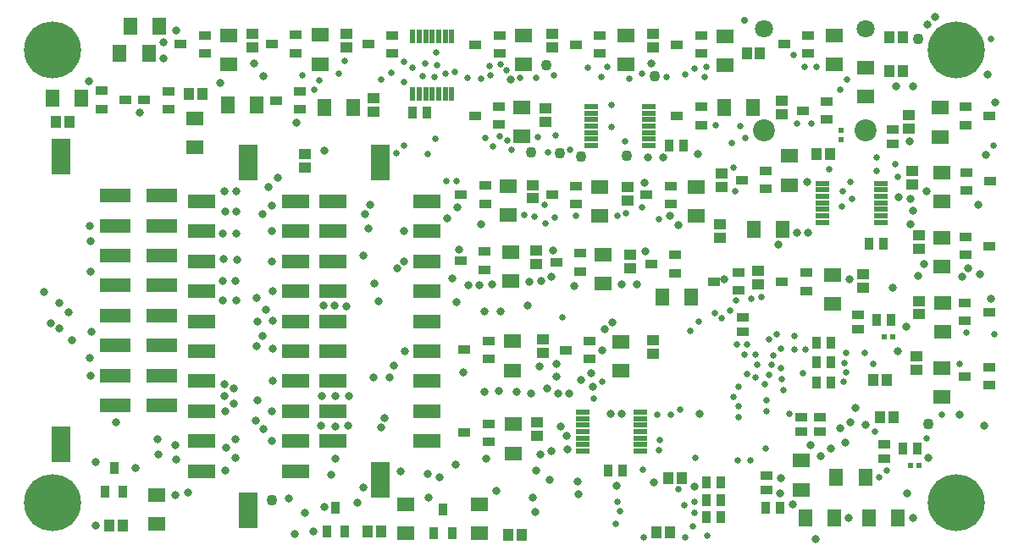
<source format=gbs>
G04 Layer_Color=16711935*
%FSLAX44Y44*%
%MOMM*%
G71*
G01*
G75*
%ADD49R,1.8500X3.6300*%
%ADD50R,2.7400X1.4700*%
%ADD51R,1.1500X0.9500*%
%ADD52R,1.4600X0.5600*%
%ADD53R,1.8000X1.4000*%
%ADD54R,1.2000X0.8500*%
%ADD55R,1.0000X1.1500*%
%ADD61R,0.9500X1.1500*%
%ADD63R,1.1500X1.0000*%
%ADD67R,0.8500X1.2000*%
%ADD68R,0.5600X1.4600*%
%ADD69R,1.4000X1.8000*%
%ADD70R,3.1200X1.4700*%
%ADD71C,5.7000*%
%ADD72C,1.8000*%
%ADD73C,2.2000*%
%ADD74R,1.0400X1.2000*%
%ADD75R,0.6000X0.5250*%
%ADD76R,0.5250X0.6000*%
%ADD77C,0.6500*%
%ADD78C,1.1000*%
%ADD79C,0.8000*%
%ADD80C,0.7400*%
D49*
X495300Y292900D02*
D03*
Y640800D02*
D03*
X626950Y322900D02*
D03*
Y640800D02*
D03*
X307850Y646550D02*
D03*
Y358650D02*
D03*
D50*
X542300Y331850D02*
D03*
Y361850D02*
D03*
Y391850D02*
D03*
Y421850D02*
D03*
Y451850D02*
D03*
Y481850D02*
D03*
Y511850D02*
D03*
Y541850D02*
D03*
Y571850D02*
D03*
Y601850D02*
D03*
X448300Y331850D02*
D03*
Y361850D02*
D03*
Y391850D02*
D03*
Y421850D02*
D03*
Y451850D02*
D03*
Y481850D02*
D03*
Y511850D02*
D03*
Y541850D02*
D03*
Y571850D02*
D03*
Y601850D02*
D03*
X673950Y361850D02*
D03*
Y391850D02*
D03*
Y421850D02*
D03*
Y451850D02*
D03*
Y481850D02*
D03*
Y511850D02*
D03*
Y541850D02*
D03*
Y571850D02*
D03*
Y601850D02*
D03*
X579950Y361850D02*
D03*
Y391850D02*
D03*
Y421850D02*
D03*
Y451850D02*
D03*
Y481850D02*
D03*
Y511850D02*
D03*
Y541850D02*
D03*
Y571850D02*
D03*
Y601850D02*
D03*
D51*
X1066750Y385750D02*
D03*
Y371250D02*
D03*
X1047750Y385750D02*
D03*
Y371250D02*
D03*
X1013500Y312750D02*
D03*
Y327250D02*
D03*
X1105000Y488500D02*
D03*
Y474000D02*
D03*
X1130750Y359000D02*
D03*
Y344500D02*
D03*
X989250Y471500D02*
D03*
Y486000D02*
D03*
X1139250Y659000D02*
D03*
Y673500D02*
D03*
D52*
X829250Y352000D02*
D03*
Y358500D02*
D03*
Y365000D02*
D03*
Y371500D02*
D03*
Y378000D02*
D03*
Y384500D02*
D03*
Y391000D02*
D03*
X887250Y352000D02*
D03*
Y358500D02*
D03*
Y365000D02*
D03*
Y371500D02*
D03*
Y378000D02*
D03*
Y384500D02*
D03*
Y391000D02*
D03*
X1069250Y580750D02*
D03*
Y587250D02*
D03*
Y593750D02*
D03*
Y600250D02*
D03*
Y606750D02*
D03*
Y613250D02*
D03*
Y619750D02*
D03*
X1127250Y580750D02*
D03*
Y587250D02*
D03*
Y593750D02*
D03*
Y600250D02*
D03*
Y606750D02*
D03*
Y613250D02*
D03*
Y619750D02*
D03*
X838000Y657500D02*
D03*
Y664000D02*
D03*
Y670500D02*
D03*
Y677000D02*
D03*
Y683500D02*
D03*
Y690000D02*
D03*
Y696500D02*
D03*
X896000Y657500D02*
D03*
Y664000D02*
D03*
Y670500D02*
D03*
Y677000D02*
D03*
Y683500D02*
D03*
Y690000D02*
D03*
Y696500D02*
D03*
D53*
X760000Y378750D02*
D03*
Y349750D02*
D03*
X867750Y461000D02*
D03*
Y432000D02*
D03*
X759000Y461750D02*
D03*
Y432750D02*
D03*
X1079500Y528500D02*
D03*
Y499500D02*
D03*
X849750Y548250D02*
D03*
Y519250D02*
D03*
X757500Y550750D02*
D03*
Y521750D02*
D03*
X1188250Y406250D02*
D03*
Y435250D02*
D03*
X1189250Y471250D02*
D03*
Y500250D02*
D03*
X1188750Y536500D02*
D03*
Y565500D02*
D03*
X1188500Y601500D02*
D03*
Y630500D02*
D03*
X1036000Y618250D02*
D03*
Y647250D02*
D03*
X942750Y616250D02*
D03*
Y587250D02*
D03*
X846750Y616500D02*
D03*
Y587500D02*
D03*
X755250Y617000D02*
D03*
Y588000D02*
D03*
X768750Y696000D02*
D03*
Y667000D02*
D03*
X1112250Y706500D02*
D03*
Y735500D02*
D03*
X1186750Y666500D02*
D03*
Y695500D02*
D03*
X1081000Y768000D02*
D03*
Y739000D02*
D03*
X873000Y767750D02*
D03*
Y738750D02*
D03*
X770000Y767750D02*
D03*
Y738750D02*
D03*
X971500Y767000D02*
D03*
Y738000D02*
D03*
X403500Y278750D02*
D03*
Y307750D02*
D03*
X1048250Y313250D02*
D03*
Y342250D02*
D03*
X442000Y685000D02*
D03*
Y656000D02*
D03*
X475500Y768000D02*
D03*
Y739000D02*
D03*
X567000Y768250D02*
D03*
Y739250D02*
D03*
X726500Y269500D02*
D03*
Y298500D02*
D03*
X652500Y269500D02*
D03*
Y298500D02*
D03*
D54*
X836500Y462000D02*
D03*
Y444000D02*
D03*
X812500Y453000D02*
D03*
X711250Y453250D02*
D03*
X735250Y444250D02*
D03*
Y462250D02*
D03*
X1052750Y530250D02*
D03*
Y512250D02*
D03*
X1028750Y521250D02*
D03*
X961000Y521500D02*
D03*
X985000Y512500D02*
D03*
Y530500D02*
D03*
X922000Y548000D02*
D03*
Y530000D02*
D03*
X898000Y539000D02*
D03*
X803250Y540750D02*
D03*
X827250Y531750D02*
D03*
Y549750D02*
D03*
X731750Y551500D02*
D03*
Y533500D02*
D03*
X707750Y542500D02*
D03*
X1211750Y426750D02*
D03*
X1235750Y417750D02*
D03*
Y435750D02*
D03*
X1211750Y482250D02*
D03*
Y500250D02*
D03*
X1235750Y491250D02*
D03*
X1236250Y557000D02*
D03*
X1212250Y566000D02*
D03*
Y548000D02*
D03*
X1213250Y612750D02*
D03*
Y630750D02*
D03*
X1237250Y621750D02*
D03*
X988500Y623250D02*
D03*
X1012500Y614250D02*
D03*
Y632250D02*
D03*
X917500Y617250D02*
D03*
Y599250D02*
D03*
X893500Y608250D02*
D03*
X799250D02*
D03*
X823250Y599250D02*
D03*
Y617250D02*
D03*
X732000Y617500D02*
D03*
Y599500D02*
D03*
X708000Y608500D02*
D03*
X745750Y696500D02*
D03*
Y678500D02*
D03*
X721750Y687500D02*
D03*
X1073750Y701500D02*
D03*
Y683500D02*
D03*
X1049750Y692500D02*
D03*
X1236000Y687250D02*
D03*
X1212000Y696250D02*
D03*
Y678250D02*
D03*
X924000Y687250D02*
D03*
X948000Y678250D02*
D03*
Y696250D02*
D03*
X1030750Y759000D02*
D03*
X1054750Y750000D02*
D03*
Y768000D02*
D03*
X822750Y758750D02*
D03*
X846750Y749750D02*
D03*
Y767750D02*
D03*
X746500D02*
D03*
Y749750D02*
D03*
X722500Y758750D02*
D03*
X948000Y767750D02*
D03*
Y749750D02*
D03*
X924000Y758750D02*
D03*
X391250Y703000D02*
D03*
X415250Y694000D02*
D03*
Y712000D02*
D03*
X348750Y694250D02*
D03*
Y712250D02*
D03*
X372750Y703250D02*
D03*
X711500Y370250D02*
D03*
X735500Y361250D02*
D03*
Y379250D02*
D03*
X451750Y768000D02*
D03*
Y750000D02*
D03*
X427750Y759000D02*
D03*
X518750Y759250D02*
D03*
X542750Y750250D02*
D03*
Y768250D02*
D03*
X639250Y768000D02*
D03*
Y750000D02*
D03*
X615250Y759000D02*
D03*
X523000Y702750D02*
D03*
X547000Y693750D02*
D03*
Y711750D02*
D03*
D55*
X615000Y271750D02*
D03*
X628500D02*
D03*
X1063250Y649250D02*
D03*
X1076750D02*
D03*
X1150000Y732250D02*
D03*
X1136500D02*
D03*
X993500Y750250D02*
D03*
X1007000D02*
D03*
X436250Y709500D02*
D03*
X449750D02*
D03*
X316500Y681500D02*
D03*
X303000D02*
D03*
X356500Y277250D02*
D03*
X370000D02*
D03*
X903250Y270750D02*
D03*
X916750D02*
D03*
X915500Y324750D02*
D03*
X929000D02*
D03*
X1136500Y765750D02*
D03*
X1150000D02*
D03*
X755000Y268250D02*
D03*
X768500D02*
D03*
D61*
X869500Y332750D02*
D03*
X855000D02*
D03*
X1115500Y559500D02*
D03*
X1130000D02*
D03*
X930500Y657500D02*
D03*
X916000D02*
D03*
X1078000Y420750D02*
D03*
X1063500D02*
D03*
X1063500Y460250D02*
D03*
X1078000D02*
D03*
X1063500Y441250D02*
D03*
X1078000D02*
D03*
X967750Y303250D02*
D03*
X953250D02*
D03*
X967500Y320250D02*
D03*
X953000D02*
D03*
X1012500Y295000D02*
D03*
X1027000D02*
D03*
X967750Y286250D02*
D03*
X953250D02*
D03*
X1149250Y354250D02*
D03*
X1163750D02*
D03*
X1123500Y483250D02*
D03*
X1138000D02*
D03*
X673750Y691000D02*
D03*
X659250D02*
D03*
D63*
X968500Y616000D02*
D03*
Y629500D02*
D03*
X900250Y462750D02*
D03*
Y449250D02*
D03*
X790250Y463750D02*
D03*
Y450250D02*
D03*
X1110250Y529250D02*
D03*
Y515750D02*
D03*
X1005000Y518500D02*
D03*
Y532000D02*
D03*
X967000Y565750D02*
D03*
Y579250D02*
D03*
X876750Y535000D02*
D03*
Y548500D02*
D03*
X782750Y552250D02*
D03*
Y538750D02*
D03*
X1163500Y433250D02*
D03*
Y446750D02*
D03*
X1166000Y488750D02*
D03*
Y502250D02*
D03*
X1165750Y554000D02*
D03*
Y567500D02*
D03*
X1159250Y619000D02*
D03*
Y632500D02*
D03*
X874250Y616500D02*
D03*
Y603000D02*
D03*
X780000Y618250D02*
D03*
Y604750D02*
D03*
X792750Y695000D02*
D03*
Y681500D02*
D03*
X1028750Y702750D02*
D03*
Y689250D02*
D03*
X1156000Y687750D02*
D03*
Y674250D02*
D03*
X900250Y769250D02*
D03*
Y755750D02*
D03*
X799250Y769250D02*
D03*
Y755750D02*
D03*
X784000Y367250D02*
D03*
Y380750D02*
D03*
X499500Y756000D02*
D03*
Y769500D02*
D03*
X593000D02*
D03*
Y756000D02*
D03*
X620500Y705250D02*
D03*
Y691750D02*
D03*
X552250Y649000D02*
D03*
Y635500D02*
D03*
D67*
X690000Y293750D02*
D03*
X681000Y269750D02*
D03*
X699000D02*
D03*
X361250Y335250D02*
D03*
X352250Y311250D02*
D03*
X370250D02*
D03*
X591750Y271250D02*
D03*
X573750D02*
D03*
X582750Y295250D02*
D03*
D68*
X659750Y767000D02*
D03*
X666250D02*
D03*
X672750D02*
D03*
X679250D02*
D03*
X685750D02*
D03*
X692250D02*
D03*
X698750D02*
D03*
X659750Y709000D02*
D03*
X666250D02*
D03*
X672750D02*
D03*
X679250D02*
D03*
X685750D02*
D03*
X692250D02*
D03*
X698750D02*
D03*
D69*
X1000750Y574000D02*
D03*
X1029750D02*
D03*
X909250Y506250D02*
D03*
X938250D02*
D03*
X971000Y695750D02*
D03*
X1000000D02*
D03*
X328250Y704750D02*
D03*
X299250D02*
D03*
X366750Y749500D02*
D03*
X395750D02*
D03*
X377250Y777250D02*
D03*
X406250D02*
D03*
X1083000Y325750D02*
D03*
X1112000D02*
D03*
X1052250Y285500D02*
D03*
X1081250D02*
D03*
X1116000Y285250D02*
D03*
X1145000D02*
D03*
X600000Y696000D02*
D03*
X571000D02*
D03*
X475000Y698250D02*
D03*
X504000D02*
D03*
D70*
X362650Y607600D02*
D03*
Y577600D02*
D03*
Y547600D02*
D03*
Y517600D02*
D03*
Y487600D02*
D03*
Y457600D02*
D03*
Y427600D02*
D03*
Y397600D02*
D03*
X408850Y607600D02*
D03*
Y577600D02*
D03*
Y547600D02*
D03*
Y517600D02*
D03*
Y487600D02*
D03*
Y457600D02*
D03*
Y427600D02*
D03*
Y397600D02*
D03*
D71*
X300000Y753250D02*
D03*
X300000Y300250D02*
D03*
X1203250Y753250D02*
D03*
Y300250D02*
D03*
D72*
X1011000Y774250D02*
D03*
X1112600D02*
D03*
D73*
X1011000Y672650D02*
D03*
X1112600D02*
D03*
D74*
X1126550Y386250D02*
D03*
X1139950D02*
D03*
X1133450Y423250D02*
D03*
X1120050D02*
D03*
D75*
X1087500Y672625D02*
D03*
Y663875D02*
D03*
D76*
X1130875Y466500D02*
D03*
X1139625D02*
D03*
X1157125Y338000D02*
D03*
X1165875D02*
D03*
D77*
X888500Y729500D02*
D03*
X871793Y662032D02*
D03*
X848541Y726035D02*
D03*
X854250Y736750D02*
D03*
X754250Y662500D02*
D03*
X758287Y653782D02*
D03*
X792250Y580000D02*
D03*
X906000Y584250D02*
D03*
X981750Y611750D02*
D03*
X979048Y660032D02*
D03*
X992298Y665533D02*
D03*
X986750Y677500D02*
D03*
X1173557Y364768D02*
D03*
X549500Y727500D02*
D03*
X932500Y728500D02*
D03*
X783250Y725750D02*
D03*
X858000Y676000D02*
D03*
Y698000D02*
D03*
X913500Y726500D02*
D03*
X962500Y678250D02*
D03*
X740286Y656532D02*
D03*
X802500Y667500D02*
D03*
X784538Y666283D02*
D03*
X1043500Y679500D02*
D03*
X1058500Y679750D02*
D03*
X693000Y622000D02*
D03*
X703250D02*
D03*
X802000Y585750D02*
D03*
X889750Y333000D02*
D03*
X991048Y448272D02*
D03*
X904250Y388500D02*
D03*
X985000Y416250D02*
D03*
X1126250Y325750D02*
D03*
X1120250Y439250D02*
D03*
X1133500Y332500D02*
D03*
X1093500Y723250D02*
D03*
X926750Y393750D02*
D03*
X840750Y404750D02*
D03*
X1063000Y736750D02*
D03*
X864250Y587250D02*
D03*
X675033Y649032D02*
D03*
X1012250Y354500D02*
D03*
X1051750Y736250D02*
D03*
X771538Y588029D02*
D03*
X791789Y598529D02*
D03*
X873043Y590279D02*
D03*
X781500Y586750D02*
D03*
X1040250Y748000D02*
D03*
X643500Y649750D02*
D03*
X651000Y657750D02*
D03*
X682250Y664750D02*
D03*
X1206000Y439000D02*
D03*
X953750Y267000D02*
D03*
X942000Y345250D02*
D03*
X1035800Y389269D02*
D03*
X1049500Y430250D02*
D03*
X1111250Y450000D02*
D03*
X849250Y421500D02*
D03*
X1090803Y421020D02*
D03*
X1092750Y450500D02*
D03*
X945796Y481524D02*
D03*
X953500Y736500D02*
D03*
X941750Y734250D02*
D03*
X834750Y735250D02*
D03*
X876500Y724750D02*
D03*
X1087000Y713250D02*
D03*
X732536Y665283D02*
D03*
X795250Y650500D02*
D03*
X746750Y667250D02*
D03*
X671783Y739786D02*
D03*
X1089500Y612000D02*
D03*
X1092553Y430771D02*
D03*
X1091089Y440000D02*
D03*
X983750Y458750D02*
D03*
X1144250Y626500D02*
D03*
X1141806Y639031D02*
D03*
X1240061Y657532D02*
D03*
X1097303Y621280D02*
D03*
X1213250Y470500D02*
D03*
X1241250Y468500D02*
D03*
X1188308Y388269D02*
D03*
X1121750Y371500D02*
D03*
X906500Y363000D02*
D03*
X917500Y388500D02*
D03*
X925295Y313515D02*
D03*
X997500Y342250D02*
D03*
X984798Y342767D02*
D03*
X985250Y386250D02*
D03*
X941546Y301265D02*
D03*
X1041250Y467000D02*
D03*
X1004250Y438500D02*
D03*
X1089053Y596279D02*
D03*
X1099000Y604500D02*
D03*
X1013750Y402500D02*
D03*
X980750Y406500D02*
D03*
X889250Y595500D02*
D03*
X985250Y397250D02*
D03*
X1013750Y392000D02*
D03*
X1002049Y448522D02*
D03*
X1002750Y425250D02*
D03*
X1023800Y468523D02*
D03*
X994000Y458500D02*
D03*
X1015550Y463773D02*
D03*
X980250Y635750D02*
D03*
X1008500Y505750D02*
D03*
X1015500Y428250D02*
D03*
X1028500Y424000D02*
D03*
X1028050Y435021D02*
D03*
X1011250Y419250D02*
D03*
X1030250Y413000D02*
D03*
X1041500Y453750D02*
D03*
X994000Y429250D02*
D03*
X1052000Y453500D02*
D03*
X1020050Y448022D02*
D03*
X1018500Y438250D02*
D03*
X961797Y489774D02*
D03*
X968500Y485000D02*
D03*
X998000Y504000D02*
D03*
X982548Y502775D02*
D03*
X976548Y492774D02*
D03*
X1027750Y454750D02*
D03*
X823250Y587000D02*
D03*
X905500Y352750D02*
D03*
X864750Y301000D02*
D03*
X866542Y292264D02*
D03*
X862542Y279014D02*
D03*
X561500Y713750D02*
D03*
X566500Y723000D02*
D03*
X591750Y742250D02*
D03*
X683000Y751000D02*
D03*
X651032Y721035D02*
D03*
X651000Y741250D02*
D03*
X638031Y730286D02*
D03*
X628250Y723250D02*
D03*
X586000Y729500D02*
D03*
X766750Y725000D02*
D03*
X817250Y653250D02*
D03*
X809000Y485500D02*
D03*
X951500Y726250D02*
D03*
X1075750Y634000D02*
D03*
X1123305Y645531D02*
D03*
X1123055Y632031D02*
D03*
X1237750Y764250D02*
D03*
X937046Y472523D02*
D03*
X684033Y738286D02*
D03*
X681783Y725785D02*
D03*
X692784Y729536D02*
D03*
X714500Y725000D02*
D03*
X727750Y724750D02*
D03*
X736500Y737000D02*
D03*
X702034Y731536D02*
D03*
X801250Y727500D02*
D03*
X753250Y732750D02*
D03*
X747287Y738536D02*
D03*
X737500Y727750D02*
D03*
X659032Y735286D02*
D03*
X669283Y727286D02*
D03*
X890750Y266000D02*
D03*
X941500Y290250D02*
D03*
X932000Y265500D02*
D03*
X940000Y276750D02*
D03*
X931000Y297500D02*
D03*
D78*
X874000Y647500D02*
D03*
X806750Y650250D02*
D03*
X518500Y302500D02*
D03*
X793250Y737750D02*
D03*
X1175000Y379250D02*
D03*
X777750Y651000D02*
D03*
X828290Y646532D02*
D03*
X1164750Y764250D02*
D03*
X901794Y727286D02*
D03*
D79*
X910250Y646000D02*
D03*
X1173807Y778538D02*
D03*
X1181558Y786288D02*
D03*
X423000Y772500D02*
D03*
X925500Y577750D02*
D03*
X916545Y587529D02*
D03*
X1096500Y523750D02*
D03*
X595250Y377000D02*
D03*
X582250Y376750D02*
D03*
X568250Y377000D02*
D03*
X596000Y407000D02*
D03*
X582250Y407250D02*
D03*
X568750Y407000D02*
D03*
X593750Y497000D02*
D03*
X581750Y497250D02*
D03*
X570500D02*
D03*
X471750Y419000D02*
D03*
X481000Y414250D02*
D03*
X471750Y406750D02*
D03*
X481000Y399250D02*
D03*
X472000Y392000D02*
D03*
X483500Y502500D02*
D03*
X470000D02*
D03*
X482750Y522000D02*
D03*
X470000D02*
D03*
X484500Y543000D02*
D03*
X470500Y543750D02*
D03*
X483250Y569750D02*
D03*
X469750D02*
D03*
X483500Y591250D02*
D03*
X472250D02*
D03*
X483250Y612000D02*
D03*
X471500D02*
D03*
X578528Y328516D02*
D03*
X582778Y344517D02*
D03*
X502500Y382250D02*
D03*
X362750Y380500D02*
D03*
X510250Y373750D02*
D03*
X515500Y616000D02*
D03*
X524750Y625250D02*
D03*
X519250Y597750D02*
D03*
X422000Y307750D02*
D03*
X435500Y310250D02*
D03*
X382750Y335250D02*
D03*
X509750Y588750D02*
D03*
X501000Y739500D02*
D03*
X467000Y720500D02*
D03*
X519250Y571750D02*
D03*
X510500Y727250D02*
D03*
X944500Y649250D02*
D03*
X1152750Y476250D02*
D03*
X519250Y541750D02*
D03*
X519500Y512000D02*
D03*
Y482000D02*
D03*
X519750Y422000D02*
D03*
X519250Y392000D02*
D03*
X628250Y376000D02*
D03*
X631750Y385000D02*
D03*
X337000Y445250D02*
D03*
X337750Y427750D02*
D03*
X1225250Y598000D02*
D03*
X651500Y451750D02*
D03*
X747536Y491524D02*
D03*
X731536D02*
D03*
X703534Y500774D02*
D03*
X776000Y521000D02*
D03*
X699284Y524776D02*
D03*
X739036Y519025D02*
D03*
X733286Y344517D02*
D03*
X675000Y328750D02*
D03*
X686534Y325766D02*
D03*
X702750Y338250D02*
D03*
X519250Y362000D02*
D03*
X651250Y541750D02*
D03*
X1173750Y612000D02*
D03*
X342750Y340750D02*
D03*
X1095750Y285500D02*
D03*
X1175000Y345000D02*
D03*
X1078000Y354250D02*
D03*
X1154250Y309500D02*
D03*
X1234000Y729000D02*
D03*
X1025000Y558250D02*
D03*
X336250Y722000D02*
D03*
X386500Y690250D02*
D03*
X704250Y596000D02*
D03*
X868500Y518750D02*
D03*
X706000Y553250D02*
D03*
X788500Y521750D02*
D03*
X798500Y526750D02*
D03*
X820750Y517250D02*
D03*
X892250Y551500D02*
D03*
X1159500Y716750D02*
D03*
X1156250Y661750D02*
D03*
X1237750Y504250D02*
D03*
X560500Y271250D02*
D03*
X1102500Y395000D02*
D03*
X883500Y518750D02*
D03*
X868750Y389250D02*
D03*
X543500Y680250D02*
D03*
X764000Y411500D02*
D03*
X745750Y411750D02*
D03*
X731000Y411250D02*
D03*
X774288Y497774D02*
D03*
X710500Y430500D02*
D03*
X800250Y552250D02*
D03*
X891250Y620250D02*
D03*
X1054551Y570778D02*
D03*
X1043801D02*
D03*
X727750Y579250D02*
D03*
X552250Y290250D02*
D03*
X541500Y269250D02*
D03*
X1112500Y378500D02*
D03*
X849250Y452750D02*
D03*
X571500Y296500D02*
D03*
X504250Y403000D02*
D03*
X604250Y300000D02*
D03*
X675750Y305000D02*
D03*
X782250Y291000D02*
D03*
X610750Y315500D02*
D03*
X743500Y312000D02*
D03*
X780000Y305750D02*
D03*
X1028000Y324500D02*
D03*
X1027000Y309750D02*
D03*
X796289Y323266D02*
D03*
X783038Y332766D02*
D03*
X787538Y348767D02*
D03*
X798539Y351767D02*
D03*
X825790Y308765D02*
D03*
X641000Y437750D02*
D03*
X620500Y426000D02*
D03*
X519775Y454522D02*
D03*
X644500Y535250D02*
D03*
X338000Y531750D02*
D03*
X625750Y501500D02*
D03*
X610250Y547750D02*
D03*
X337000Y577500D02*
D03*
X651250Y571750D02*
D03*
X615750Y574500D02*
D03*
X504000Y457250D02*
D03*
X504500Y481250D02*
D03*
X513250Y493250D02*
D03*
X1208750Y526500D02*
D03*
X1215250Y535000D02*
D03*
X1227060Y529026D02*
D03*
X509750Y467250D02*
D03*
X503750Y505250D02*
D03*
X319250Y463250D02*
D03*
X337750Y561750D02*
D03*
X306500Y500000D02*
D03*
X291250Y510750D02*
D03*
X1143250Y717000D02*
D03*
X405000Y363500D02*
D03*
X422750Y358250D02*
D03*
X405500Y348500D02*
D03*
X423000Y343500D02*
D03*
X482750Y345000D02*
D03*
X482500Y364250D02*
D03*
X472750Y332750D02*
D03*
X473250Y355250D02*
D03*
X694500Y584500D02*
D03*
X611750Y588750D02*
D03*
X617250Y598750D02*
D03*
X621500Y520000D02*
D03*
X813750Y367500D02*
D03*
X827750Y423250D02*
D03*
X816500Y409750D02*
D03*
X839500Y416000D02*
D03*
X838041Y429521D02*
D03*
X851750Y473500D02*
D03*
X805000Y409750D02*
D03*
X636750Y425250D02*
D03*
X338250Y471500D02*
D03*
X1062250Y264250D02*
D03*
X1040000Y299000D02*
D03*
X1092250Y360750D02*
D03*
X1067250Y347250D02*
D03*
X1057250Y357500D02*
D03*
X895000Y646000D02*
D03*
X777750Y409250D02*
D03*
X803000Y426250D02*
D03*
X794289Y415020D02*
D03*
X807250Y376250D02*
D03*
X786750Y437000D02*
D03*
X803289Y439521D02*
D03*
X859500Y481000D02*
D03*
X1164750Y527000D02*
D03*
X1170500Y539000D02*
D03*
X1159557Y592029D02*
D03*
X1145750Y606250D02*
D03*
X1157557Y604529D02*
D03*
X1139250Y515000D02*
D03*
X1157250Y579250D02*
D03*
X1232310Y648282D02*
D03*
X1242250Y700750D02*
D03*
X1231250Y377750D02*
D03*
X1159500Y285250D02*
D03*
X1206000Y388000D02*
D03*
X857750Y389250D02*
D03*
X900500Y320750D02*
D03*
X941546Y316515D02*
D03*
X1087000Y374500D02*
D03*
X1097000Y381000D02*
D03*
X971000Y524107D02*
D03*
X863250Y317000D02*
D03*
X297750Y480000D02*
D03*
X410750Y745000D02*
D03*
X410770Y761037D02*
D03*
X306265Y474523D02*
D03*
X315750Y490500D02*
D03*
X715250Y518000D02*
D03*
X726250D02*
D03*
X536250Y304250D02*
D03*
X946750Y389000D02*
D03*
X648000Y331750D02*
D03*
X1145000Y452000D02*
D03*
X1054161Y621250D02*
D03*
X824750Y321500D02*
D03*
X814540Y353517D02*
D03*
X898044Y739536D02*
D03*
X757250Y723750D02*
D03*
X571000Y652500D02*
D03*
X343000Y277750D02*
D03*
D80*
X991000Y783250D02*
D03*
M02*

</source>
